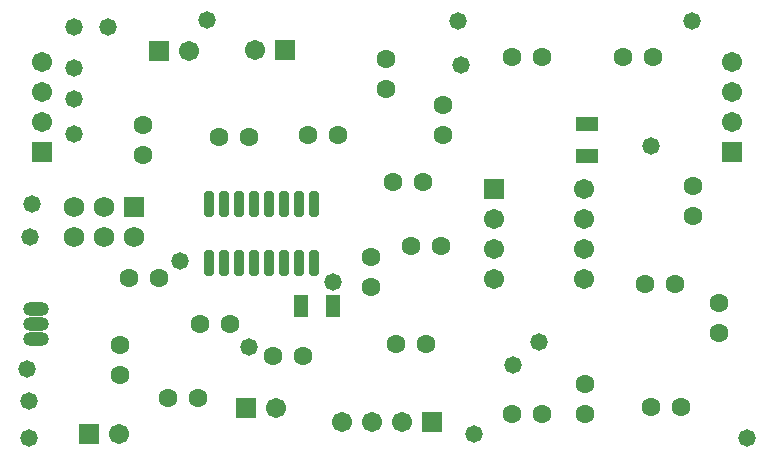
<source format=gts>
G04*
G04 #@! TF.GenerationSoftware,Altium Limited,Altium Designer,22.2.1 (43)*
G04*
G04 Layer_Color=8388736*
%FSLAX25Y25*%
%MOIN*%
G70*
G04*
G04 #@! TF.SameCoordinates,22AEFC0F-6C44-4056-8772-BC97FD4EFD78*
G04*
G04*
G04 #@! TF.FilePolarity,Negative*
G04*
G01*
G75*
%ADD18R,0.05131X0.07493*%
G04:AMPARAMS|DCode=19|XSize=85.56mil|YSize=31.62mil|CornerRadius=6.95mil|HoleSize=0mil|Usage=FLASHONLY|Rotation=270.000|XOffset=0mil|YOffset=0mil|HoleType=Round|Shape=RoundedRectangle|*
%AMROUNDEDRECTD19*
21,1,0.08556,0.01772,0,0,270.0*
21,1,0.07165,0.03162,0,0,270.0*
1,1,0.01391,-0.00886,-0.03583*
1,1,0.01391,-0.00886,0.03583*
1,1,0.01391,0.00886,0.03583*
1,1,0.01391,0.00886,-0.03583*
%
%ADD19ROUNDEDRECTD19*%
%ADD20R,0.07493X0.05131*%
%ADD21C,0.06737*%
%ADD22R,0.06737X0.06737*%
%ADD23C,0.06312*%
%ADD24R,0.06706X0.06706*%
%ADD25C,0.06706*%
%ADD26R,0.06706X0.06706*%
%ADD27R,0.06800X0.06800*%
%ADD28C,0.06800*%
%ADD29O,0.08674X0.04737*%
%ADD30O,0.08674X0.04737*%
%ADD31C,0.05800*%
D18*
X96185Y48500D02*
D03*
X106815D02*
D03*
D19*
X100500Y82500D02*
D03*
X95500D02*
D03*
X90500D02*
D03*
X85500D02*
D03*
X80500D02*
D03*
X75500D02*
D03*
X70500D02*
D03*
X65500D02*
D03*
Y63012D02*
D03*
X70500D02*
D03*
X75500D02*
D03*
X80500D02*
D03*
X85500D02*
D03*
X90500D02*
D03*
X95500D02*
D03*
X100500D02*
D03*
D20*
X191500Y98685D02*
D03*
Y109315D02*
D03*
D21*
X190500Y87500D02*
D03*
Y77500D02*
D03*
Y67500D02*
D03*
Y57500D02*
D03*
X160500D02*
D03*
Y67500D02*
D03*
Y77500D02*
D03*
D22*
Y87500D02*
D03*
D23*
X137000Y90000D02*
D03*
X127000D02*
D03*
X36000Y35500D02*
D03*
Y25500D02*
D03*
X49000Y58000D02*
D03*
X39000D02*
D03*
X227000Y88500D02*
D03*
Y78500D02*
D03*
X176500Y12500D02*
D03*
X166500D02*
D03*
X119500Y55000D02*
D03*
Y65000D02*
D03*
X87000Y32000D02*
D03*
X97000D02*
D03*
X133000Y68500D02*
D03*
X143000D02*
D03*
X124500Y121000D02*
D03*
Y131000D02*
D03*
X143500Y115500D02*
D03*
Y105500D02*
D03*
X108500D02*
D03*
X98500D02*
D03*
X166500Y131500D02*
D03*
X176500D02*
D03*
X223000Y15000D02*
D03*
X213000D02*
D03*
X72500Y42500D02*
D03*
X62500D02*
D03*
X235500Y49500D02*
D03*
Y39500D02*
D03*
X213500Y131500D02*
D03*
X203500D02*
D03*
X221000Y56000D02*
D03*
X211000D02*
D03*
X191000Y22500D02*
D03*
Y12500D02*
D03*
X138000Y36000D02*
D03*
X128000D02*
D03*
X43500Y99000D02*
D03*
Y109000D02*
D03*
X62000Y18000D02*
D03*
X52000D02*
D03*
X79000Y105000D02*
D03*
X69000D02*
D03*
D24*
X78000Y14500D02*
D03*
X140000Y10000D02*
D03*
X91000Y134000D02*
D03*
X25500Y6000D02*
D03*
X49000Y133500D02*
D03*
D25*
X88000Y14500D02*
D03*
X240000Y130000D02*
D03*
Y120000D02*
D03*
Y110000D02*
D03*
X10000Y130000D02*
D03*
Y120000D02*
D03*
Y110000D02*
D03*
X110000Y10000D02*
D03*
X120000D02*
D03*
X130000D02*
D03*
X81000Y134000D02*
D03*
X35500Y6000D02*
D03*
X59000Y133500D02*
D03*
D26*
X240000Y100000D02*
D03*
X10000D02*
D03*
D27*
X40500Y81500D02*
D03*
D28*
Y71500D02*
D03*
X30500Y81500D02*
D03*
Y71500D02*
D03*
X20500Y81500D02*
D03*
Y71500D02*
D03*
D29*
X8000Y47500D02*
D03*
D30*
Y42500D02*
D03*
Y37500D02*
D03*
D31*
X213000Y102000D02*
D03*
X65000Y144000D02*
D03*
X245000Y4500D02*
D03*
X226500Y143500D02*
D03*
X148500D02*
D03*
X20500Y106000D02*
D03*
Y117500D02*
D03*
Y128000D02*
D03*
X32000Y141500D02*
D03*
X20500D02*
D03*
X6000Y71500D02*
D03*
X6500Y82500D02*
D03*
X5500Y17000D02*
D03*
X5000Y27500D02*
D03*
X5500Y4500D02*
D03*
X154000Y6000D02*
D03*
X167000Y29000D02*
D03*
X175500Y36500D02*
D03*
X149500Y129000D02*
D03*
X107000Y56500D02*
D03*
X79000Y35000D02*
D03*
X56000Y63500D02*
D03*
M02*

</source>
